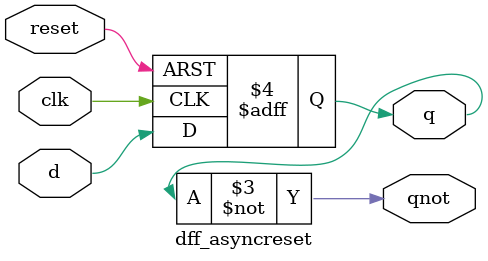
<source format=v>
module dff_asyncreset (clk,d,reset,q,qnot);

input clk,d,reset;
output reg q;
output qnot;

always @(posedge clk or negedge reset) begin
    
    if (!reset) begin
        q <= 1'b0;
    end

    else
        q <= d;
        
end

assign qnot = ~q;
    
endmodule
</source>
